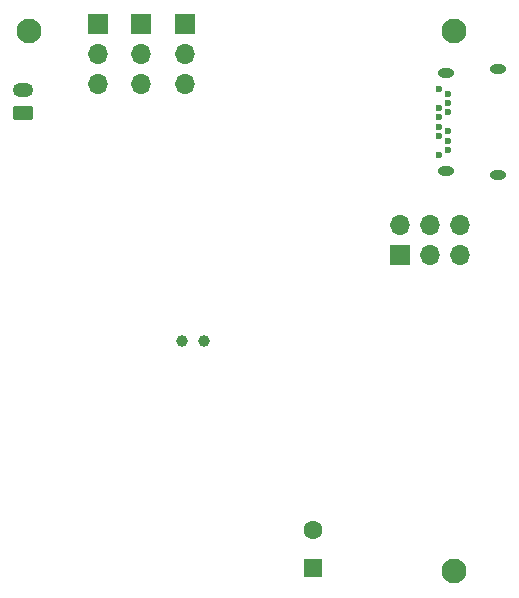
<source format=gbr>
%TF.GenerationSoftware,KiCad,Pcbnew,9.0.0*%
%TF.CreationDate,2025-03-07T10:31:51-08:00*%
%TF.ProjectId,Vanguard_new,56616e67-7561-4726-945f-6e65772e6b69,rev?*%
%TF.SameCoordinates,Original*%
%TF.FileFunction,Soldermask,Bot*%
%TF.FilePolarity,Negative*%
%FSLAX46Y46*%
G04 Gerber Fmt 4.6, Leading zero omitted, Abs format (unit mm)*
G04 Created by KiCad (PCBNEW 9.0.0) date 2025-03-07 10:31:51*
%MOMM*%
%LPD*%
G01*
G04 APERTURE LIST*
G04 Aperture macros list*
%AMRoundRect*
0 Rectangle with rounded corners*
0 $1 Rounding radius*
0 $2 $3 $4 $5 $6 $7 $8 $9 X,Y pos of 4 corners*
0 Add a 4 corners polygon primitive as box body*
4,1,4,$2,$3,$4,$5,$6,$7,$8,$9,$2,$3,0*
0 Add four circle primitives for the rounded corners*
1,1,$1+$1,$2,$3*
1,1,$1+$1,$4,$5*
1,1,$1+$1,$6,$7*
1,1,$1+$1,$8,$9*
0 Add four rect primitives between the rounded corners*
20,1,$1+$1,$2,$3,$4,$5,0*
20,1,$1+$1,$4,$5,$6,$7,0*
20,1,$1+$1,$6,$7,$8,$9,0*
20,1,$1+$1,$8,$9,$2,$3,0*%
G04 Aperture macros list end*
%ADD10R,1.700000X1.700000*%
%ADD11O,1.700000X1.700000*%
%ADD12O,1.400000X0.800000*%
%ADD13C,0.600000*%
%ADD14C,2.100000*%
%ADD15C,1.000000*%
%ADD16R,1.600000X1.600000*%
%ADD17C,1.600000*%
%ADD18RoundRect,0.250000X0.625000X-0.350000X0.625000X0.350000X-0.625000X0.350000X-0.625000X-0.350000X0*%
%ADD19O,1.750000X1.200000*%
G04 APERTURE END LIST*
D10*
%TO.C,J5*%
X105000000Y-86420000D03*
D11*
X105000000Y-88960000D03*
X105000000Y-91500000D03*
%TD*%
D10*
%TO.C,J4*%
X101350000Y-86420000D03*
D11*
X101350000Y-88960000D03*
X101350000Y-91500000D03*
%TD*%
D12*
%TO.C,J1*%
X130831500Y-90610000D03*
X130831500Y-98870000D03*
X135221500Y-99230000D03*
X135221500Y-90250000D03*
D13*
X130231500Y-91940000D03*
X130931500Y-92340000D03*
X130931500Y-93140000D03*
X130231500Y-93540000D03*
X130931500Y-93940000D03*
X130231500Y-94340000D03*
X130231500Y-95140000D03*
X130931500Y-95540000D03*
X130231500Y-95940000D03*
X130931500Y-96340000D03*
X130931500Y-97140000D03*
X130231500Y-97540000D03*
%TD*%
D14*
%TO.C,REF\u002A\u002A*%
X95500000Y-87000000D03*
%TD*%
D15*
%TO.C,Y1*%
X110330000Y-113300000D03*
X108430000Y-113300000D03*
%TD*%
D16*
%TO.C,BZ1*%
X119500000Y-132500000D03*
D17*
X119500000Y-129300000D03*
%TD*%
D10*
%TO.C,J7*%
X108650000Y-86425000D03*
D11*
X108650000Y-88965000D03*
X108650000Y-91505000D03*
%TD*%
D14*
%TO.C,REF\u002A\u002A*%
X131500000Y-87000000D03*
%TD*%
D18*
%TO.C,J6*%
X94950000Y-94000000D03*
D19*
X94950000Y-91999999D03*
%TD*%
D14*
%TO.C,REF\u002A\u002A*%
X131450000Y-132790000D03*
%TD*%
D10*
%TO.C,J2*%
X126920000Y-106040000D03*
D11*
X126920000Y-103500000D03*
X129460000Y-106040000D03*
X129460000Y-103500000D03*
X131999999Y-106040000D03*
X132000000Y-103500000D03*
%TD*%
M02*

</source>
